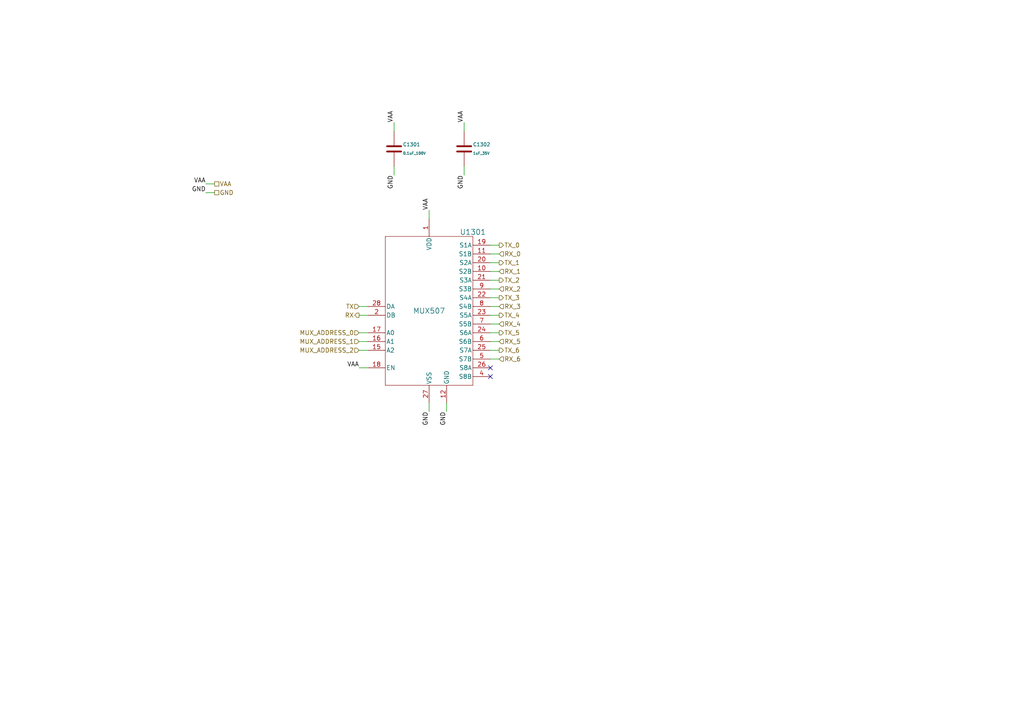
<source format=kicad_sch>
(kicad_sch (version 20230121) (generator eeschema)
  (paper "A4")
  (title_block (title "cluster-pcb") (date "2024-09-13") (rev "1.2") (company "Howard Hughes Medical Institute"))
  (lib_symbols
    (symbol "Janelia:C_0.1uF_100V_0402" (pin_numbers hide) (pin_names (offset 0.254))
      (property "Reference" "C" (at 0 2.54 0))
      (property "Value" "0.1uF_100V" (at 0 0 0))
      (symbol "C_0.1uF_100V_0402_0_1"
        (polyline (pts (xy -2.032 -0.762) (xy 2.032 -0.762)) (stroke (width 0.508)))
        (polyline (pts (xy -2.032 0.762) (xy 2.032 0.762)) (stroke (width 0.508)))
      )
      (symbol "C_0.1uF_100V_0402_1_1"
        (pin passive line (at 0 5.08 270) (length 4.318) (name "~") (number "1"))
        (pin passive line (at 0 -5.08 90) (length 4.318) (name "~") (number "2"))
      )
    )
    (symbol "Janelia:C_1uF_35V_0402" (pin_numbers hide) (pin_names (offset 0.254))
      (property "Reference" "C" (at 0 2.54 0))
      (property "Value" "1uF_35V" (at 0 0 0))
      (symbol "C_1uF_35V_0402_0_1"
        (polyline (pts (xy -2.032 -0.762) (xy 2.032 -0.762)) (stroke (width 0.508)))
        (polyline (pts (xy -2.032 0.762) (xy 2.032 0.762)) (stroke (width 0.508)))
      )
      (symbol "C_1uF_35V_0402_1_1"
        (pin passive line (at 0 5.08 270) (length 4.318) (name "~") (number "1"))
        (pin passive line (at 0 -5.08 90) (length 4.318) (name "~") (number "2"))
      )
    )
    (symbol "Janelia:Multiplexer_2chan_8to1_MUX507IDWR" (pin_names (offset 0.254))
      (property "Reference" "U" (at 12.7 22.86 0))
      (property "Value" "MUX507" (at 0 0 0))
      (symbol "Multiplexer_2chan_8to1_MUX507IDWR_0_1"
        (polyline (pts (xy -12.7 -21.59) (xy 12.7 -21.59)) (stroke (width 0.127)))
        (polyline (pts (xy -12.7 21.59) (xy -12.7 -21.59)) (stroke (width 0.127)))
        (polyline (pts (xy 12.7 -21.59) (xy 12.7 21.59)) (stroke (width 0.127)))
        (polyline (pts (xy 12.7 21.59) (xy -12.7 21.59)) (stroke (width 0.127)))
      )
      (symbol "Multiplexer_2chan_8to1_MUX507IDWR_1_0"
        (pin passive line (at 17.78 -11.43 180) (length 5.08) (name "S7A") (number "25"))
      )
      (symbol "Multiplexer_2chan_8to1_MUX507IDWR_1_1"
        (pin power_in line (at 0 26.67 270) (length 5.08) (name "VDD") (number "1"))
        (pin passive line (at 17.78 11.43 180) (length 5.08) (name "S2B") (number "10"))
        (pin passive line (at 17.78 16.51 180) (length 5.08) (name "S1B") (number "11"))
        (pin power_in line (at 5.08 -26.67 90) (length 5.08) (name "GND") (number "12"))
        (pin no_connect line (at -7.62 -26.67 90) (length 5.08) hide (name "NC") (number "13"))
        (pin no_connect line (at -5.08 -26.67 90) (length 5.08) hide (name "NC") (number "14"))
        (pin input line (at -17.78 -11.43 0) (length 5.08) (name "A2") (number "15"))
        (pin input line (at -17.78 -8.89 0) (length 5.08) (name "A1") (number "16"))
        (pin input line (at -17.78 -6.35 0) (length 5.08) (name "A0") (number "17"))
        (pin input line (at -17.78 -16.51 0) (length 5.08) (name "EN") (number "18"))
        (pin passive line (at 17.78 19.05 180) (length 5.08) (name "S1A") (number "19"))
        (pin passive line (at -17.78 -1.27 0) (length 5.08) (name "DB") (number "2"))
        (pin passive line (at 17.78 13.97 180) (length 5.08) (name "S2A") (number "20"))
        (pin passive line (at 17.78 8.89 180) (length 5.08) (name "S3A") (number "21"))
        (pin passive line (at 17.78 3.81 180) (length 5.08) (name "S4A") (number "22"))
        (pin passive line (at 17.78 -1.27 180) (length 5.08) (name "S5A") (number "23"))
        (pin passive line (at 17.78 -6.35 180) (length 5.08) (name "S6A") (number "24"))
        (pin passive line (at 17.78 -16.51 180) (length 5.08) (name "S8A") (number "26"))
        (pin power_in line (at 0 -26.67 90) (length 5.08) (name "VSS") (number "27"))
        (pin passive line (at -17.78 1.27 0) (length 5.08) (name "DA") (number "28"))
        (pin no_connect line (at -10.16 -26.67 90) (length 5.08) hide (name "NC") (number "3"))
        (pin passive line (at 17.78 -19.05 180) (length 5.08) (name "S8B") (number "4"))
        (pin passive line (at 17.78 -13.97 180) (length 5.08) (name "S7B") (number "5"))
        (pin passive line (at 17.78 -8.89 180) (length 5.08) (name "S6B") (number "6"))
        (pin passive line (at 17.78 -3.81 180) (length 5.08) (name "S5B") (number "7"))
        (pin passive line (at 17.78 1.27 180) (length 5.08) (name "S4B") (number "8"))
        (pin passive line (at 17.78 6.35 180) (length 5.08) (name "S3B") (number "9"))
      )
    )
  )
  (no_connect (at 142.24 109.22))
  (no_connect (at 142.24 106.68))
  (wire (pts (xy 144.78 99.06) (xy 142.24 99.06)))
  (wire (pts (xy 144.78 81.28) (xy 142.24 81.28)))
  (wire (pts (xy 114.3 48.26) (xy 114.3 50.8)))
  (wire (pts (xy 144.78 104.14) (xy 142.24 104.14)))
  (wire (pts (xy 144.78 88.9) (xy 142.24 88.9)))
  (wire (pts (xy 114.3 38.1) (xy 114.3 35.56)))
  (wire (pts (xy 104.14 99.06) (xy 106.68 99.06)))
  (wire (pts (xy 62.23 55.88) (xy 59.69 55.88)))
  (wire (pts (xy 104.14 101.6) (xy 106.68 101.6)))
  (wire (pts (xy 144.78 71.12) (xy 142.24 71.12)))
  (wire (pts (xy 134.62 38.1) (xy 134.62 35.56)))
  (wire (pts (xy 144.78 93.98) (xy 142.24 93.98)))
  (wire (pts (xy 104.14 91.44) (xy 106.68 91.44)))
  (wire (pts (xy 144.78 76.2) (xy 142.24 76.2)))
  (wire (pts (xy 144.78 86.36) (xy 142.24 86.36)))
  (wire (pts (xy 144.78 96.52) (xy 142.24 96.52)))
  (wire (pts (xy 104.14 96.52) (xy 106.68 96.52)))
  (wire (pts (xy 144.78 78.74) (xy 142.24 78.74)))
  (wire (pts (xy 62.23 53.34) (xy 59.69 53.34)))
  (wire (pts (xy 104.14 88.9) (xy 106.68 88.9)))
  (wire (pts (xy 104.14 106.68) (xy 106.68 106.68)))
  (wire (pts (xy 124.46 63.5) (xy 124.46 60.96)))
  (wire (pts (xy 144.78 83.82) (xy 142.24 83.82)))
  (wire (pts (xy 144.78 91.44) (xy 142.24 91.44)))
  (wire (pts (xy 134.62 48.26) (xy 134.62 50.8)))
  (wire (pts (xy 144.78 101.6) (xy 142.24 101.6)))
  (wire (pts (xy 129.54 116.84) (xy 129.54 119.38)))
  (wire (pts (xy 124.46 116.84) (xy 124.46 119.38)))
  (wire (pts (xy 144.78 73.66) (xy 142.24 73.66)))
  (label "VAA" (at 114.3 35.56 90))
  (label "VAA" (at 134.62 35.56 90))
  (label "VAA" (at 59.69 53.34 180))
  (label "GND" (at 134.62 50.8 270))
  (label "GND" (at 114.3 50.8 270))
  (label "GND" (at 129.54 119.38 270))
  (label "GND" (at 124.46 119.38 270))
  (label "GND" (at 59.69 55.88 180))
  (label "VAA" (at 104.14 106.68 180))
  (label "VAA" (at 124.46 60.96 90))
  (hierarchical_label "VAA" (shape passive) (at 62.23 53.34 0))
  (hierarchical_label "TX_5" (shape output) (at 144.78 96.52 0))
  (hierarchical_label "RX_0" (shape input) (at 144.78 73.66 0))
  (hierarchical_label "TX_0" (shape output) (at 144.78 71.12 0))
  (hierarchical_label "RX" (shape output) (at 104.14 91.44 180))
  (hierarchical_label "RX_6" (shape input) (at 144.78 104.14 0))
  (hierarchical_label "TX_1" (shape output) (at 144.78 76.2 0))
  (hierarchical_label "RX_5" (shape input) (at 144.78 99.06 0))
  (hierarchical_label "TX_3" (shape output) (at 144.78 86.36 0))
  (hierarchical_label "TX_2" (shape output) (at 144.78 81.28 0))
  (hierarchical_label "TX" (shape input) (at 104.14 88.9 180))
  (hierarchical_label "MUX_ADDRESS_1" (shape input) (at 104.14 99.06 180))
  (hierarchical_label "MUX_ADDRESS_2" (shape input) (at 104.14 101.6 180))
  (hierarchical_label "MUX_ADDRESS_0" (shape input) (at 104.14 96.52 180))
  (hierarchical_label "RX_1" (shape input) (at 144.78 78.74 0))
  (hierarchical_label "TX_4" (shape output) (at 144.78 91.44 0))
  (hierarchical_label "RX_3" (shape input) (at 144.78 88.9 0))
  (hierarchical_label "RX_4" (shape input) (at 144.78 93.98 0))
  (hierarchical_label "RX_2" (shape input) (at 144.78 83.82 0))
  (hierarchical_label "GND" (shape passive) (at 62.23 55.88 0))
  (hierarchical_label "TX_6" (shape output) (at 144.78 101.6 0))
  (symbol (lib_id "Janelia:Multiplexer_2chan_8to1_MUX507IDWR") (at 124.46 90.17 0) (unit 1)
    (property "Reference" "U1301" (at 137.16 67.31 0) (effects (font (size 1.524 1.524))))
    (property "Value" "MUX507" (at 124.46 90.17 0) (effects (font (size 1.524 1.524))))
    (property "Footprint" "DW28_TEX" (effects hide))
    (property "Datasheet" "MUX507IDWR" (effects hide))
  )
  (symbol (lib_id "Janelia:C_1uF_35V_0402") (at 134.62 43.18 0) (unit 1)
    (property "Reference" "C1302" (at 137.16 41.91 0) (effects (font (size 1.016 1.016)) (justify left)))
    (property "Value" "1uF_35V" (at 137.16 44.45 0) (effects (font (size 0.762 0.762)) (justify left)))
    (property "Footprint" "Janelia:C_0402_1005Metric" (effects hide))
    (property "Vendor" "Digi-Key" (effects hide))
    (property "Vendor Part Number" "1276-6796-1-ND" (effects hide))
    (property "Synopsis" "CAP CER 1UF 35V X5R" (effects hide))
    (property "Package" "0402" (effects hide))
    (property "Manufacturer" "Samsung Electro-Mechanics" (effects hide))
    (property "Manufacturer Part Number" "CL05A105KL5NRNC" (effects hide))
    (property "LCSC" "C307413" (effects hide))
  )
  (symbol (lib_id "Janelia:C_0.1uF_100V_0402") (at 114.3 43.18 0) (unit 1)
    (property "Reference" "C1301" (at 116.84 41.91 0) (effects (font (size 1.016 1.016)) (justify left)))
    (property "Value" "0.1uF_100V" (at 116.84 44.45 0) (effects (font (size 0.762 0.762)) (justify left)))
    (property "Footprint" "Janelia:C_0402_1005Metric" (effects hide))
    (property "Vendor" "Digi-Key" (effects hide))
    (property "Vendor Part Number" "490-10458-1-ND" (effects hide))
    (property "Synopsis" "CAP CER 0.1UF 100V X5R" (effects hide))
    (property "Manufacturer" "Murata Electronics" (effects hide))
    (property "Manufacturer Part Number" "GRM155R62A104KE14D" (effects hide))
    (property "Package" "0402" (effects hide))
    (property "LCSC" "C162178" (effects hide))
  )
)
</source>
